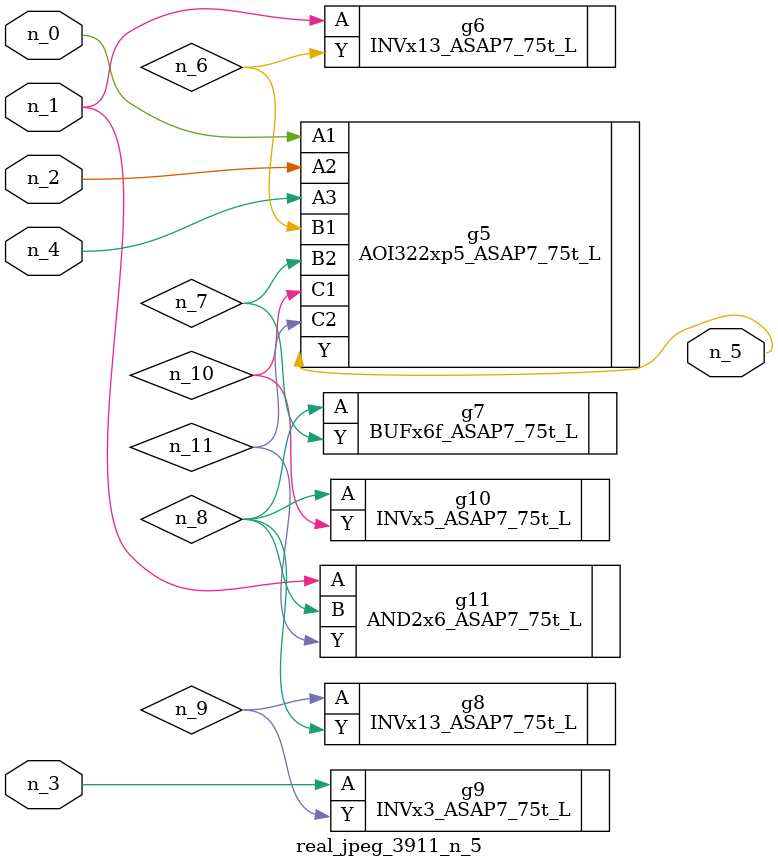
<source format=v>
module real_jpeg_3911_n_5 (n_4, n_0, n_1, n_2, n_3, n_5);

input n_4;
input n_0;
input n_1;
input n_2;
input n_3;

output n_5;

wire n_8;
wire n_11;
wire n_6;
wire n_7;
wire n_10;
wire n_9;

AOI322xp5_ASAP7_75t_L g5 ( 
.A1(n_0),
.A2(n_2),
.A3(n_4),
.B1(n_6),
.B2(n_7),
.C1(n_10),
.C2(n_11),
.Y(n_5)
);

INVx13_ASAP7_75t_L g6 ( 
.A(n_1),
.Y(n_6)
);

AND2x6_ASAP7_75t_L g11 ( 
.A(n_1),
.B(n_8),
.Y(n_11)
);

INVx3_ASAP7_75t_L g9 ( 
.A(n_3),
.Y(n_9)
);

BUFx6f_ASAP7_75t_L g7 ( 
.A(n_8),
.Y(n_7)
);

INVx5_ASAP7_75t_L g10 ( 
.A(n_8),
.Y(n_10)
);

INVx13_ASAP7_75t_L g8 ( 
.A(n_9),
.Y(n_8)
);


endmodule
</source>
